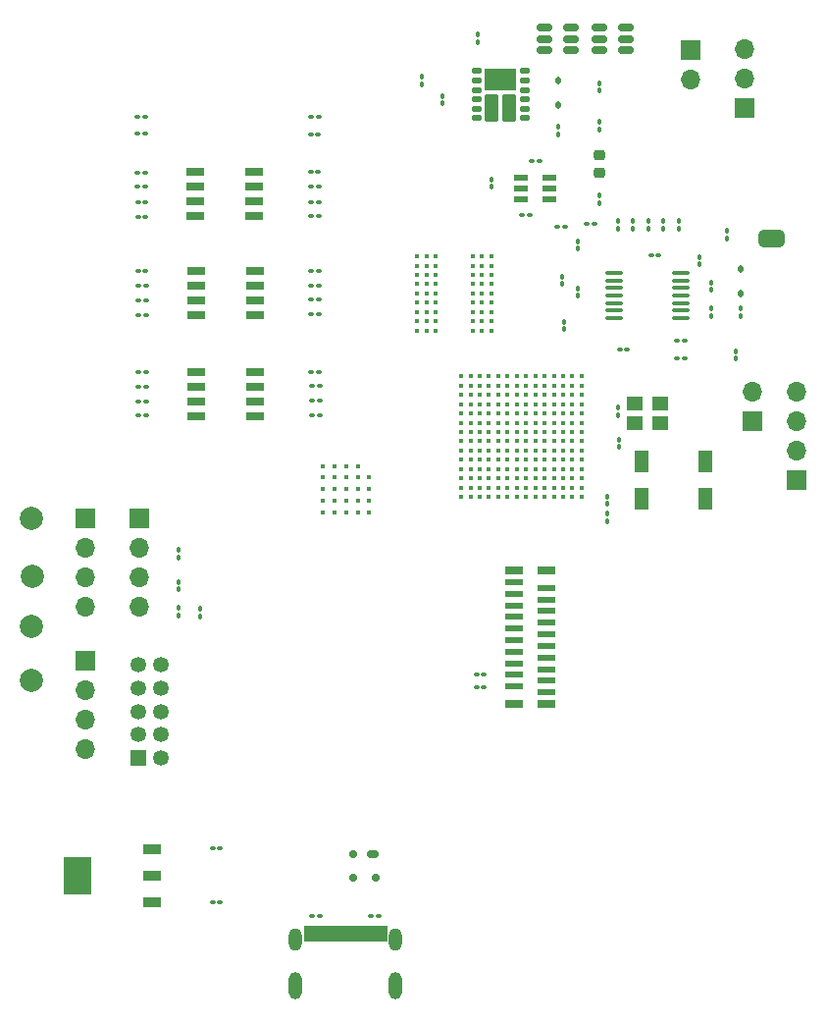
<source format=gbr>
%TF.GenerationSoftware,KiCad,Pcbnew,9.0.0*%
%TF.CreationDate,2025-05-05T21:38:29-04:00*%
%TF.ProjectId,payload_board,7061796c-6f61-4645-9f62-6f6172642e6b,rev?*%
%TF.SameCoordinates,Original*%
%TF.FileFunction,Soldermask,Top*%
%TF.FilePolarity,Negative*%
%FSLAX45Y45*%
G04 Gerber Fmt 4.5, Leading zero omitted, Abs format (unit mm)*
G04 Created by KiCad (PCBNEW 9.0.0) date 2025-05-05 21:38:29*
%MOMM*%
%LPD*%
G01*
G04 APERTURE LIST*
G04 Aperture macros list*
%AMRoundRect*
0 Rectangle with rounded corners*
0 $1 Rounding radius*
0 $2 $3 $4 $5 $6 $7 $8 $9 X,Y pos of 4 corners*
0 Add a 4 corners polygon primitive as box body*
4,1,4,$2,$3,$4,$5,$6,$7,$8,$9,$2,$3,0*
0 Add four circle primitives for the rounded corners*
1,1,$1+$1,$2,$3*
1,1,$1+$1,$4,$5*
1,1,$1+$1,$6,$7*
1,1,$1+$1,$8,$9*
0 Add four rect primitives between the rounded corners*
20,1,$1+$1,$2,$3,$4,$5,0*
20,1,$1+$1,$4,$5,$6,$7,0*
20,1,$1+$1,$6,$7,$8,$9,0*
20,1,$1+$1,$8,$9,$2,$3,0*%
%AMFreePoly0*
4,1,23,0.500000,-0.750000,0.000000,-0.750000,0.000000,-0.745722,-0.065263,-0.745722,-0.191342,-0.711940,-0.304381,-0.646677,-0.396677,-0.554381,-0.461940,-0.441342,-0.495722,-0.315263,-0.495722,-0.250000,-0.500000,-0.250000,-0.500000,0.250000,-0.495722,0.250000,-0.495722,0.315263,-0.461940,0.441342,-0.396677,0.554381,-0.304381,0.646677,-0.191342,0.711940,-0.065263,0.745722,0.000000,0.745722,
0.000000,0.750000,0.500000,0.750000,0.500000,-0.750000,0.500000,-0.750000,$1*%
%AMFreePoly1*
4,1,23,0.000000,0.745722,0.065263,0.745722,0.191342,0.711940,0.304381,0.646677,0.396677,0.554381,0.461940,0.441342,0.495722,0.315263,0.495722,0.250000,0.500000,0.250000,0.500000,-0.250000,0.495722,-0.250000,0.495722,-0.315263,0.461940,-0.441342,0.396677,-0.554381,0.304381,-0.646677,0.191342,-0.711940,0.065263,-0.745722,0.000000,-0.745722,0.000000,-0.750000,-0.500000,-0.750000,
-0.500000,0.750000,0.000000,0.750000,0.000000,0.745722,0.000000,0.745722,$1*%
G04 Aperture macros list end*
%ADD10C,0.000000*%
%ADD11C,0.010000*%
%ADD12FreePoly0,0.000000*%
%ADD13FreePoly1,0.000000*%
%ADD14RoundRect,0.100000X0.130000X0.100000X-0.130000X0.100000X-0.130000X-0.100000X0.130000X-0.100000X0*%
%ADD15RoundRect,0.100000X0.100000X-0.130000X0.100000X0.130000X-0.100000X0.130000X-0.100000X-0.130000X0*%
%ADD16RoundRect,0.100000X-0.130000X-0.100000X0.130000X-0.100000X0.130000X0.100000X-0.130000X0.100000X0*%
%ADD17C,2.000000*%
%ADD18R,1.700000X1.700000*%
%ADD19O,1.700000X1.700000*%
%ADD20RoundRect,0.100000X-0.100000X0.130000X-0.100000X-0.130000X0.100000X-0.130000X0.100000X0.130000X0*%
%ADD21C,0.410000*%
%ADD22RoundRect,0.175000X-0.325000X0.175000X-0.325000X-0.175000X0.325000X-0.175000X0.325000X0.175000X0*%
%ADD23RoundRect,0.150000X-0.150000X0.200000X-0.150000X-0.200000X0.150000X-0.200000X0.150000X0.200000X0*%
%ADD24R,1.600200X0.838200*%
%ADD25RoundRect,0.218750X-0.256250X0.218750X-0.256250X-0.218750X0.256250X-0.218750X0.256250X0.218750X0*%
%ADD26RoundRect,0.063500X-0.325000X-0.200000X0.325000X-0.200000X0.325000X0.200000X-0.325000X0.200000X0*%
%ADD27RoundRect,0.063500X0.325000X0.200000X-0.325000X0.200000X-0.325000X-0.200000X0.325000X-0.200000X0*%
%ADD28RoundRect,0.063500X-1.250000X0.890000X-1.250000X-0.890000X1.250000X-0.890000X1.250000X0.890000X0*%
%ADD29RoundRect,0.063500X-0.500000X1.085000X-0.500000X-1.085000X0.500000X-1.085000X0.500000X1.085000X0*%
%ADD30RoundRect,0.190000X0.610000X0.190000X-0.610000X0.190000X-0.610000X-0.190000X0.610000X-0.190000X0*%
%ADD31R,1.150000X0.600000*%
%ADD32RoundRect,0.112500X-0.112500X0.187500X-0.112500X-0.187500X0.112500X-0.187500X0.112500X0.187500X0*%
%ADD33R,1.400000X1.200000*%
%ADD34O,1.152400X2.352400*%
%ADD35O,1.152400X1.952400*%
%ADD36C,0.370000*%
%ADD37R,1.350000X1.350000*%
%ADD38C,1.350000*%
%ADD39RoundRect,0.150000X-0.512500X-0.150000X0.512500X-0.150000X0.512500X0.150000X-0.512500X0.150000X0*%
%ADD40R,1.300000X1.900000*%
%ADD41RoundRect,0.100000X-0.637500X-0.100000X0.637500X-0.100000X0.637500X0.100000X-0.637500X0.100000X0*%
%ADD42R,1.500000X0.600000*%
%ADD43R,1.500000X0.800000*%
%ADD44C,0.394000*%
G04 APERTURE END LIST*
%TO.C,JP1*%
G36*
X21725000Y-7316400D02*
G01*
X21755000Y-7316400D01*
X21755000Y-7466400D01*
X21725000Y-7466400D01*
X21725000Y-7316400D01*
G37*
D10*
%TO.C,U2*%
G36*
X15865490Y-13045020D02*
G01*
X15634350Y-13045020D01*
X15634350Y-12724980D01*
X15865490Y-12724980D01*
X15865490Y-13045020D01*
G37*
D11*
%TO.C,J2*%
X17775850Y-13443850D02*
X17704150Y-13443850D01*
X17704150Y-13316150D01*
X17775850Y-13316150D01*
X17775850Y-13443850D01*
G36*
X17775850Y-13443850D02*
G01*
X17704150Y-13443850D01*
X17704150Y-13316150D01*
X17775850Y-13316150D01*
X17775850Y-13443850D01*
G37*
X17855850Y-13443850D02*
X17784150Y-13443850D01*
X17784150Y-13316150D01*
X17855850Y-13316150D01*
X17855850Y-13443850D01*
G36*
X17855850Y-13443850D02*
G01*
X17784150Y-13443850D01*
X17784150Y-13316150D01*
X17855850Y-13316150D01*
X17855850Y-13443850D01*
G37*
X17906250Y-13443850D02*
X17863750Y-13443850D01*
X17863750Y-13316150D01*
X17906250Y-13316150D01*
X17906250Y-13443850D01*
G36*
X17906250Y-13443850D02*
G01*
X17863750Y-13443850D01*
X17863750Y-13316150D01*
X17906250Y-13316150D01*
X17906250Y-13443850D01*
G37*
X17956250Y-13443850D02*
X17913750Y-13443850D01*
X17913750Y-13316150D01*
X17956250Y-13316150D01*
X17956250Y-13443850D01*
G36*
X17956250Y-13443850D02*
G01*
X17913750Y-13443850D01*
X17913750Y-13316150D01*
X17956250Y-13316150D01*
X17956250Y-13443850D01*
G37*
X18006250Y-13443850D02*
X17963750Y-13443850D01*
X17963750Y-13316150D01*
X18006250Y-13316150D01*
X18006250Y-13443850D01*
G36*
X18006250Y-13443850D02*
G01*
X17963750Y-13443850D01*
X17963750Y-13316150D01*
X18006250Y-13316150D01*
X18006250Y-13443850D01*
G37*
X18056250Y-13443850D02*
X18013750Y-13443850D01*
X18013750Y-13316150D01*
X18056250Y-13316150D01*
X18056250Y-13443850D01*
G36*
X18056250Y-13443850D02*
G01*
X18013750Y-13443850D01*
X18013750Y-13316150D01*
X18056250Y-13316150D01*
X18056250Y-13443850D01*
G37*
X18106250Y-13443850D02*
X18063750Y-13443850D01*
X18063750Y-13316150D01*
X18106250Y-13316150D01*
X18106250Y-13443850D01*
G36*
X18106250Y-13443850D02*
G01*
X18063750Y-13443850D01*
X18063750Y-13316150D01*
X18106250Y-13316150D01*
X18106250Y-13443850D01*
G37*
X18156250Y-13443850D02*
X18113750Y-13443850D01*
X18113750Y-13316150D01*
X18156250Y-13316150D01*
X18156250Y-13443850D01*
G36*
X18156250Y-13443850D02*
G01*
X18113750Y-13443850D01*
X18113750Y-13316150D01*
X18156250Y-13316150D01*
X18156250Y-13443850D01*
G37*
X18206250Y-13443850D02*
X18163750Y-13443850D01*
X18163750Y-13316150D01*
X18206250Y-13316150D01*
X18206250Y-13443850D01*
G36*
X18206250Y-13443850D02*
G01*
X18163750Y-13443850D01*
X18163750Y-13316150D01*
X18206250Y-13316150D01*
X18206250Y-13443850D01*
G37*
X18256250Y-13443850D02*
X18213750Y-13443850D01*
X18213750Y-13316150D01*
X18256250Y-13316150D01*
X18256250Y-13443850D01*
G36*
X18256250Y-13443850D02*
G01*
X18213750Y-13443850D01*
X18213750Y-13316150D01*
X18256250Y-13316150D01*
X18256250Y-13443850D01*
G37*
X18335850Y-13443850D02*
X18264150Y-13443850D01*
X18264150Y-13316150D01*
X18335850Y-13316150D01*
X18335850Y-13443850D01*
G36*
X18335850Y-13443850D02*
G01*
X18264150Y-13443850D01*
X18264150Y-13316150D01*
X18335850Y-13316150D01*
X18335850Y-13443850D01*
G37*
X18415850Y-13443850D02*
X18344150Y-13443850D01*
X18344150Y-13316150D01*
X18415850Y-13316150D01*
X18415850Y-13443850D01*
G36*
X18415850Y-13443850D02*
G01*
X18344150Y-13443850D01*
X18344150Y-13316150D01*
X18415850Y-13316150D01*
X18415850Y-13443850D01*
G37*
%TD*%
D12*
%TO.C,JP1*%
X21675000Y-7391400D03*
D13*
X21805000Y-7391400D03*
%TD*%
D14*
%TO.C,C49*%
X20987000Y-8427500D03*
X20923000Y-8427500D03*
%TD*%
D15*
%TO.C,R62*%
X21352500Y-7392000D03*
X21352500Y-7328000D03*
%TD*%
D14*
%TO.C,R51*%
X19956000Y-7292500D03*
X19892000Y-7292500D03*
%TD*%
%TO.C,C48*%
X19649000Y-7192500D03*
X19585000Y-7192500D03*
%TD*%
%TO.C,R3*%
X17828000Y-7080000D03*
X17764000Y-7080000D03*
%TD*%
%TO.C,C45*%
X20209500Y-7265000D03*
X20145500Y-7265000D03*
%TD*%
D16*
%TO.C,R25*%
X16278000Y-8920000D03*
X16342000Y-8920000D03*
%TD*%
%TO.C,R17*%
X16269500Y-6945000D03*
X16333500Y-6945000D03*
%TD*%
D17*
%TO.C,TP7*%
X15350000Y-10735000D03*
%TD*%
D16*
%TO.C,R27*%
X16275500Y-8667500D03*
X16339500Y-8667500D03*
%TD*%
D14*
%TO.C,R61*%
X20764500Y-7535000D03*
X20700500Y-7535000D03*
%TD*%
D16*
%TO.C,C7*%
X16915000Y-13115000D03*
X16979000Y-13115000D03*
%TD*%
D14*
%TO.C,C50*%
X20987000Y-8270000D03*
X20923000Y-8270000D03*
%TD*%
D18*
%TO.C,J6*%
X15815000Y-9805000D03*
D19*
X15815000Y-10059000D03*
X15815000Y-10313000D03*
X15815000Y-10567000D03*
%TD*%
D20*
%TO.C,R34*%
X18720000Y-5995500D03*
X18720000Y-6059500D03*
%TD*%
D16*
%TO.C,R15*%
X16272000Y-7202500D03*
X16336000Y-7202500D03*
%TD*%
D14*
%TO.C,R13*%
X17832000Y-8540000D03*
X17768000Y-8540000D03*
%TD*%
D18*
%TO.C,J11*%
X21955000Y-9472000D03*
D19*
X21955000Y-9218000D03*
X21955000Y-8964000D03*
X21955000Y-8710000D03*
%TD*%
D14*
%TO.C,R6*%
X17832000Y-8045000D03*
X17768000Y-8045000D03*
%TD*%
D15*
%TO.C,C47*%
X19945000Y-8174500D03*
X19945000Y-8110500D03*
%TD*%
D21*
%TO.C,IC1*%
X19320000Y-8185000D03*
X19240000Y-8185000D03*
X19160000Y-8185000D03*
X18840000Y-8185000D03*
X18760000Y-8185000D03*
X18680000Y-8185000D03*
X19320000Y-8105000D03*
X19240000Y-8105000D03*
X19160000Y-8105000D03*
X18840000Y-8105000D03*
X18760000Y-8105000D03*
X18680000Y-8105000D03*
X19320000Y-8025000D03*
X19240000Y-8025000D03*
X19160000Y-8025000D03*
X18840000Y-8025000D03*
X18760000Y-8025000D03*
X18680000Y-8025000D03*
X19320000Y-7945000D03*
X19240000Y-7945000D03*
X19160000Y-7945000D03*
X18840000Y-7945000D03*
X18760000Y-7945000D03*
X18680000Y-7945000D03*
X19320000Y-7865000D03*
X19240000Y-7865000D03*
X19160000Y-7865000D03*
X18840000Y-7865000D03*
X18760000Y-7865000D03*
X18680000Y-7865000D03*
X19320000Y-7785000D03*
X19240000Y-7785000D03*
X19160000Y-7785000D03*
X18840000Y-7785000D03*
X18760000Y-7785000D03*
X18680000Y-7785000D03*
X19320000Y-7705000D03*
X19240000Y-7705000D03*
X19160000Y-7705000D03*
X18840000Y-7705000D03*
X18760000Y-7705000D03*
X18680000Y-7705000D03*
X19320000Y-7625000D03*
X19240000Y-7625000D03*
X19160000Y-7625000D03*
X18840000Y-7625000D03*
X18760000Y-7625000D03*
X18680000Y-7625000D03*
X19320000Y-7545000D03*
X19240000Y-7545000D03*
X19160000Y-7545000D03*
X18840000Y-7545000D03*
X18760000Y-7545000D03*
X18680000Y-7545000D03*
%TD*%
D22*
%TO.C,D1*%
X18300000Y-12700000D03*
D23*
X18130000Y-12700000D03*
X18130000Y-12900000D03*
X18320000Y-12900000D03*
%TD*%
D20*
%TO.C,R42*%
X16625000Y-10354000D03*
X16625000Y-10418000D03*
%TD*%
%TO.C,R52*%
X20067500Y-7416500D03*
X20067500Y-7480500D03*
%TD*%
D16*
%TO.C,R26*%
X16278000Y-8795000D03*
X16342000Y-8795000D03*
%TD*%
D15*
%TO.C,R47*%
X20673000Y-7306000D03*
X20673000Y-7242000D03*
%TD*%
D24*
%TO.C,U2*%
X16390000Y-13115000D03*
X16390000Y-12885000D03*
X16390000Y-12655000D03*
%TD*%
D25*
%TO.C,D3*%
X20255000Y-6670000D03*
X20255000Y-6827500D03*
%TD*%
D16*
%TO.C,R63*%
X16268000Y-6340000D03*
X16332000Y-6340000D03*
%TD*%
D20*
%TO.C,R43*%
X16625000Y-10076500D03*
X16625000Y-10140500D03*
%TD*%
D26*
%TO.C,Q1*%
X19192457Y-5948468D03*
X19192457Y-6029748D03*
X19192457Y-6111028D03*
X19192457Y-6192308D03*
X19192457Y-6273588D03*
X19192457Y-6354868D03*
D27*
X19607518Y-6354843D03*
X19607518Y-6273563D03*
X19607518Y-6192283D03*
X19607518Y-6111003D03*
X19607518Y-6029723D03*
X19607518Y-5948443D03*
D28*
X19400000Y-6017500D03*
D29*
X19324994Y-6264876D03*
X19475286Y-6264977D03*
%TD*%
D15*
%TO.C,R57*%
X21115000Y-7615000D03*
X21115000Y-7551000D03*
%TD*%
D18*
%TO.C,J9*%
X21502500Y-6270000D03*
D19*
X21502500Y-6016000D03*
X21502500Y-5762000D03*
%TD*%
D30*
%TO.C,SW2*%
X17279000Y-8050500D03*
X17279000Y-7923500D03*
X17279000Y-7796500D03*
X17279000Y-7669500D03*
X16771000Y-7669500D03*
X16771000Y-7796500D03*
X16771000Y-7923500D03*
X16771000Y-8050500D03*
%TD*%
D20*
%TO.C,R48*%
X20803000Y-7242000D03*
X20803000Y-7306000D03*
%TD*%
D31*
%TO.C,U5*%
X19572500Y-6865000D03*
X19572500Y-6960000D03*
X19572500Y-7055000D03*
X19822500Y-7055000D03*
X19822500Y-6960000D03*
X19822500Y-6865000D03*
%TD*%
D32*
%TO.C,D4*%
X21472500Y-7657500D03*
X21472500Y-7867500D03*
%TD*%
D16*
%TO.C,R53*%
X19670500Y-6725000D03*
X19734500Y-6725000D03*
%TD*%
D17*
%TO.C,TP5*%
X15350000Y-9805000D03*
%TD*%
D16*
%TO.C,R28*%
X16274500Y-8540000D03*
X16338500Y-8540000D03*
%TD*%
D17*
%TO.C,TP8*%
X15350000Y-11200000D03*
%TD*%
D16*
%TO.C,R18*%
X16267000Y-6822500D03*
X16331000Y-6822500D03*
%TD*%
D32*
%TO.C,D2*%
X19895000Y-6027500D03*
X19895000Y-6237500D03*
%TD*%
D30*
%TO.C,SW3*%
X17278000Y-8921000D03*
X17278000Y-8794000D03*
X17278000Y-8667000D03*
X17278000Y-8540000D03*
X16770000Y-8540000D03*
X16770000Y-8667000D03*
X16770000Y-8794000D03*
X16770000Y-8921000D03*
%TD*%
D14*
%TO.C,R8*%
X17832000Y-7920000D03*
X17768000Y-7920000D03*
%TD*%
D20*
%TO.C,R41*%
X16625000Y-10576500D03*
X16625000Y-10640500D03*
%TD*%
D14*
%TO.C,R1*%
X17832000Y-6345000D03*
X17768000Y-6345000D03*
%TD*%
%TO.C,R14*%
X17837000Y-8665000D03*
X17773000Y-8665000D03*
%TD*%
D16*
%TO.C,R66*%
X19194000Y-11152500D03*
X19258000Y-11152500D03*
%TD*%
D20*
%TO.C,R54*%
X19932500Y-7720500D03*
X19932500Y-7784500D03*
%TD*%
D18*
%TO.C,J7*%
X16282500Y-9807500D03*
D19*
X16282500Y-10061500D03*
X16282500Y-10315500D03*
X16282500Y-10569500D03*
%TD*%
D30*
%TO.C,SW1*%
X17274000Y-7200500D03*
X17274000Y-7073500D03*
X17274000Y-6946500D03*
X17274000Y-6819500D03*
X16766000Y-6819500D03*
X16766000Y-6946500D03*
X16766000Y-7073500D03*
X16766000Y-7200500D03*
%TD*%
D16*
%TO.C,R21*%
X16274500Y-7797500D03*
X16338500Y-7797500D03*
%TD*%
D33*
%TO.C,Y2*%
X20555000Y-8987500D03*
X20775000Y-8987500D03*
X20775000Y-8817500D03*
X20555000Y-8817500D03*
%TD*%
D20*
%TO.C,R37*%
X20255000Y-6051000D03*
X20255000Y-6115000D03*
%TD*%
%TO.C,R38*%
X20257500Y-6388000D03*
X20257500Y-6452000D03*
%TD*%
D14*
%TO.C,R12*%
X17827000Y-6495000D03*
X17763000Y-6495000D03*
%TD*%
D20*
%TO.C,R60*%
X21215000Y-7996500D03*
X21215000Y-8060500D03*
%TD*%
D15*
%TO.C,R59*%
X21217500Y-7836000D03*
X21217500Y-7772000D03*
%TD*%
D20*
%TO.C,C32*%
X20420000Y-9125000D03*
X20420000Y-9189000D03*
%TD*%
D14*
%TO.C,R5*%
X17827000Y-6820000D03*
X17763000Y-6820000D03*
%TD*%
D16*
%TO.C,R22*%
X16273000Y-7670000D03*
X16337000Y-7670000D03*
%TD*%
%TO.C,C10*%
X16915500Y-12652500D03*
X16979500Y-12652500D03*
%TD*%
%TO.C,R31*%
X17773200Y-13233400D03*
X17837200Y-13233400D03*
%TD*%
%TO.C,R32*%
X18281200Y-13233400D03*
X18345200Y-13233400D03*
%TD*%
%TO.C,R64*%
X16268000Y-6490000D03*
X16332000Y-6490000D03*
%TD*%
%TO.C,R65*%
X19194000Y-11260000D03*
X19258000Y-11260000D03*
%TD*%
D20*
%TO.C,R35*%
X19207500Y-5633000D03*
X19207500Y-5697000D03*
%TD*%
D14*
%TO.C,R9*%
X17831000Y-7795000D03*
X17767000Y-7795000D03*
%TD*%
D20*
%TO.C,R58*%
X21472500Y-7994000D03*
X21472500Y-8058000D03*
%TD*%
D15*
%TO.C,R50*%
X20252500Y-7085500D03*
X20252500Y-7021500D03*
%TD*%
D34*
%TO.C,J2*%
X17628000Y-13837500D03*
X18492000Y-13837500D03*
D35*
X17628000Y-13437500D03*
X18492000Y-13437500D03*
%TD*%
D14*
%TO.C,R4*%
X17829500Y-6945000D03*
X17765500Y-6945000D03*
%TD*%
D18*
%TO.C,J4*%
X21042500Y-5765000D03*
D19*
X21042500Y-6019000D03*
%TD*%
D36*
%TO.C,U3*%
X18267500Y-9452500D03*
X18267500Y-9552500D03*
X18267500Y-9652500D03*
X18267500Y-9752500D03*
X18167500Y-9352500D03*
X18167500Y-9452500D03*
X18167500Y-9552500D03*
X18167500Y-9652500D03*
X18167500Y-9752500D03*
X18067500Y-9352500D03*
X18067500Y-9452500D03*
X18067500Y-9552500D03*
X18067500Y-9652500D03*
X18067500Y-9752500D03*
X17967500Y-9352500D03*
X17967500Y-9452500D03*
X17967500Y-9552500D03*
X17967500Y-9652500D03*
X17967500Y-9752500D03*
X17867500Y-9352500D03*
X17867500Y-9452500D03*
X17867500Y-9552500D03*
X17867500Y-9652500D03*
X17867500Y-9752500D03*
%TD*%
D15*
%TO.C,R36*%
X19895000Y-6494500D03*
X19895000Y-6430500D03*
%TD*%
D14*
%TO.C,R7*%
X17838500Y-8920000D03*
X17774500Y-8920000D03*
%TD*%
D20*
%TO.C,C46*%
X19322500Y-6880500D03*
X19322500Y-6944500D03*
%TD*%
D14*
%TO.C,R11*%
X17832000Y-7667500D03*
X17768000Y-7667500D03*
%TD*%
D37*
%TO.C,J10*%
X16272500Y-11870000D03*
D38*
X16472500Y-11870000D03*
X16272500Y-11670000D03*
X16472500Y-11670000D03*
X16272500Y-11470000D03*
X16472500Y-11470000D03*
X16272500Y-11270000D03*
X16472500Y-11270000D03*
X16272500Y-11070000D03*
X16472500Y-11070000D03*
%TD*%
D39*
%TO.C,Q2*%
X19780000Y-5575000D03*
X19780000Y-5670000D03*
X19780000Y-5765000D03*
X20007500Y-5765000D03*
X20007500Y-5670000D03*
X20007500Y-5575000D03*
%TD*%
D15*
%TO.C,R45*%
X20418000Y-7306000D03*
X20418000Y-7242000D03*
%TD*%
D16*
%TO.C,R19*%
X16277000Y-8052500D03*
X16341000Y-8052500D03*
%TD*%
%TO.C,R16*%
X16272000Y-7075000D03*
X16336000Y-7075000D03*
%TD*%
D20*
%TO.C,C20*%
X20320000Y-9762500D03*
X20320000Y-9826500D03*
%TD*%
D15*
%TO.C,C51*%
X21430000Y-8427000D03*
X21430000Y-8363000D03*
%TD*%
%TO.C,R33*%
X18900000Y-6224500D03*
X18900000Y-6160500D03*
%TD*%
D20*
%TO.C,R46*%
X20543000Y-7242000D03*
X20543000Y-7306000D03*
%TD*%
D40*
%TO.C,Y1*%
X20617500Y-9635000D03*
X21167500Y-9635000D03*
X21167500Y-9315000D03*
X20617500Y-9315000D03*
%TD*%
D20*
%TO.C,R40*%
X16810000Y-10584000D03*
X16810000Y-10648000D03*
%TD*%
D14*
%TO.C,R10*%
X17837000Y-8790000D03*
X17773000Y-8790000D03*
%TD*%
D41*
%TO.C,U4*%
X20382500Y-7687500D03*
X20382500Y-7752500D03*
X20382500Y-7817500D03*
X20382500Y-7882500D03*
X20382500Y-7947500D03*
X20382500Y-8012500D03*
X20382500Y-8077500D03*
X20955000Y-8077500D03*
X20955000Y-8012500D03*
X20955000Y-7947500D03*
X20955000Y-7882500D03*
X20955000Y-7817500D03*
X20955000Y-7752500D03*
X20955000Y-7687500D03*
%TD*%
D17*
%TO.C,TP6*%
X15360000Y-10305000D03*
%TD*%
D20*
%TO.C,C34*%
X20417500Y-8848000D03*
X20417500Y-8912000D03*
%TD*%
D42*
%TO.C,J8*%
X19800000Y-11305000D03*
X19520000Y-11255000D03*
X19800000Y-11205000D03*
X19520000Y-11155000D03*
X19800000Y-11105000D03*
X19520000Y-11055000D03*
X19800000Y-11005000D03*
X19520000Y-10955000D03*
X19800000Y-10905000D03*
X19520000Y-10855000D03*
X19800000Y-10805000D03*
X19520000Y-10755000D03*
X19800000Y-10705000D03*
X19520000Y-10655000D03*
X19800000Y-10605000D03*
X19520000Y-10555000D03*
X19800000Y-10505000D03*
X19520000Y-10455000D03*
X19800000Y-10405000D03*
X19520000Y-10355000D03*
D43*
X19800000Y-11405000D03*
X19520000Y-11405000D03*
X19520000Y-10255000D03*
X19800000Y-10255000D03*
%TD*%
D16*
%TO.C,R56*%
X20429500Y-8345000D03*
X20493500Y-8345000D03*
%TD*%
D18*
%TO.C,J3*%
X15815000Y-11030000D03*
D19*
X15815000Y-11284000D03*
X15815000Y-11538000D03*
X15815000Y-11792000D03*
%TD*%
D15*
%TO.C,R49*%
X20935500Y-7307500D03*
X20935500Y-7243500D03*
%TD*%
%TO.C,R55*%
X20065000Y-7885500D03*
X20065000Y-7821500D03*
%TD*%
%TO.C,C19*%
X20320000Y-9680000D03*
X20320000Y-9616000D03*
%TD*%
D18*
%TO.C,J5*%
X21575000Y-8969000D03*
D19*
X21575000Y-8715000D03*
%TD*%
D14*
%TO.C,R2*%
X17828000Y-7200000D03*
X17764000Y-7200000D03*
%TD*%
D16*
%TO.C,R20*%
X16278000Y-7925000D03*
X16342000Y-7925000D03*
%TD*%
D44*
%TO.C,U1*%
X19060000Y-8580000D03*
X19140000Y-8580000D03*
X19220000Y-8580000D03*
X19300000Y-8580000D03*
X19380000Y-8580000D03*
X19460000Y-8580000D03*
X19540000Y-8580000D03*
X19620000Y-8580000D03*
X19700000Y-8580000D03*
X19780000Y-8580000D03*
X19860000Y-8580000D03*
X19940000Y-8580000D03*
X20020000Y-8580000D03*
X20100000Y-8580000D03*
X19060000Y-8660000D03*
X19140000Y-8660000D03*
X19220000Y-8660000D03*
X19300000Y-8660000D03*
X19380000Y-8660000D03*
X19460000Y-8660000D03*
X19540000Y-8660000D03*
X19620000Y-8660000D03*
X19700000Y-8660000D03*
X19780000Y-8660000D03*
X19860000Y-8660000D03*
X19940000Y-8660000D03*
X20020000Y-8660000D03*
X20100000Y-8660000D03*
X19060000Y-8740000D03*
X19140000Y-8740000D03*
X19220000Y-8740000D03*
X19300000Y-8740000D03*
X19380000Y-8740000D03*
X19460000Y-8740000D03*
X19540000Y-8740000D03*
X19620000Y-8740000D03*
X19700000Y-8740000D03*
X19780000Y-8740000D03*
X19860000Y-8740000D03*
X19940000Y-8740000D03*
X20020000Y-8740000D03*
X20100000Y-8740000D03*
X19060000Y-8820000D03*
X19140000Y-8820000D03*
X19220000Y-8820000D03*
X19300000Y-8820000D03*
X19380000Y-8820000D03*
X19460000Y-8820000D03*
X19540000Y-8820000D03*
X19620000Y-8820000D03*
X19700000Y-8820000D03*
X19780000Y-8820000D03*
X19860000Y-8820000D03*
X19940000Y-8820000D03*
X20020000Y-8820000D03*
X20100000Y-8820000D03*
X19060000Y-8900000D03*
X19140000Y-8900000D03*
X19220000Y-8900000D03*
X19300000Y-8900000D03*
X19380000Y-8900000D03*
X19460000Y-8900000D03*
X19540000Y-8900000D03*
X19620000Y-8900000D03*
X19700000Y-8900000D03*
X19780000Y-8900000D03*
X19860000Y-8900000D03*
X19940000Y-8900000D03*
X20020000Y-8900000D03*
X20100000Y-8900000D03*
X19060000Y-8980000D03*
X19140000Y-8980000D03*
X19220000Y-8980000D03*
X19300000Y-8980000D03*
X19380000Y-8980000D03*
X19460000Y-8980000D03*
X19540000Y-8980000D03*
X19620000Y-8980000D03*
X19700000Y-8980000D03*
X19780000Y-8980000D03*
X19860000Y-8980000D03*
X19940000Y-8980000D03*
X20020000Y-8980000D03*
X20100000Y-8980000D03*
X19060000Y-9060000D03*
X19140000Y-9060000D03*
X19220000Y-9060000D03*
X19300000Y-9060000D03*
X19380000Y-9060000D03*
X19460000Y-9060000D03*
X19540000Y-9060000D03*
X19620000Y-9060000D03*
X19700000Y-9060000D03*
X19780000Y-9060000D03*
X19860000Y-9060000D03*
X19940000Y-9060000D03*
X20020000Y-9060000D03*
X20100000Y-9060000D03*
X19060000Y-9140000D03*
X19140000Y-9140000D03*
X19220000Y-9140000D03*
X19300000Y-9140000D03*
X19380000Y-9140000D03*
X19460000Y-9140000D03*
X19540000Y-9140000D03*
X19620000Y-9140000D03*
X19700000Y-9140000D03*
X19780000Y-9140000D03*
X19860000Y-9140000D03*
X19940000Y-9140000D03*
X20020000Y-9140000D03*
X20100000Y-9140000D03*
X19060000Y-9220000D03*
X19140000Y-9220000D03*
X19220000Y-9220000D03*
X19300000Y-9220000D03*
X19380000Y-9220000D03*
X19460000Y-9220000D03*
X19540000Y-9220000D03*
X19620000Y-9220000D03*
X19700000Y-9220000D03*
X19780000Y-9220000D03*
X19860000Y-9220000D03*
X19940000Y-9220000D03*
X20020000Y-9220000D03*
X20100000Y-9220000D03*
X19060000Y-9300000D03*
X19140000Y-9300000D03*
X19220000Y-9300000D03*
X19300000Y-9300000D03*
X19380000Y-9300000D03*
X19460000Y-9300000D03*
X19540000Y-9300000D03*
X19620000Y-9300000D03*
X19700000Y-9300000D03*
X19780000Y-9300000D03*
X19860000Y-9300000D03*
X19940000Y-9300000D03*
X20020000Y-9300000D03*
X20100000Y-9300000D03*
X19060000Y-9380000D03*
X19140000Y-9380000D03*
X19220000Y-9380000D03*
X19300000Y-9380000D03*
X19380000Y-9380000D03*
X19460000Y-9380000D03*
X19540000Y-9380000D03*
X19620000Y-9380000D03*
X19700000Y-9380000D03*
X19780000Y-9380000D03*
X19860000Y-9380000D03*
X19940000Y-9380000D03*
X20020000Y-9380000D03*
X20100000Y-9380000D03*
X19060000Y-9460000D03*
X19140000Y-9460000D03*
X19220000Y-9460000D03*
X19300000Y-9460000D03*
X19380000Y-9460000D03*
X19460000Y-9460000D03*
X19540000Y-9460000D03*
X19620000Y-9460000D03*
X19700000Y-9460000D03*
X19780000Y-9460000D03*
X19860000Y-9460000D03*
X19940000Y-9460000D03*
X20020000Y-9460000D03*
X20100000Y-9460000D03*
X19060000Y-9540000D03*
X19140000Y-9540000D03*
X19220000Y-9540000D03*
X19300000Y-9540000D03*
X19380000Y-9540000D03*
X19460000Y-9540000D03*
X19540000Y-9540000D03*
X19620000Y-9540000D03*
X19700000Y-9540000D03*
X19780000Y-9540000D03*
X19860000Y-9540000D03*
X19940000Y-9540000D03*
X20020000Y-9540000D03*
X20100000Y-9540000D03*
X19060000Y-9620000D03*
X19140000Y-9620000D03*
X19220000Y-9620000D03*
X19300000Y-9620000D03*
X19380000Y-9620000D03*
X19460000Y-9620000D03*
X19540000Y-9620000D03*
X19620000Y-9620000D03*
X19700000Y-9620000D03*
X19780000Y-9620000D03*
X19860000Y-9620000D03*
X19940000Y-9620000D03*
X20020000Y-9620000D03*
X20100000Y-9620000D03*
%TD*%
D39*
%TO.C,Q3*%
X20252500Y-5575000D03*
X20252500Y-5670000D03*
X20252500Y-5765000D03*
X20480000Y-5765000D03*
X20480000Y-5670000D03*
X20480000Y-5575000D03*
%TD*%
M02*

</source>
